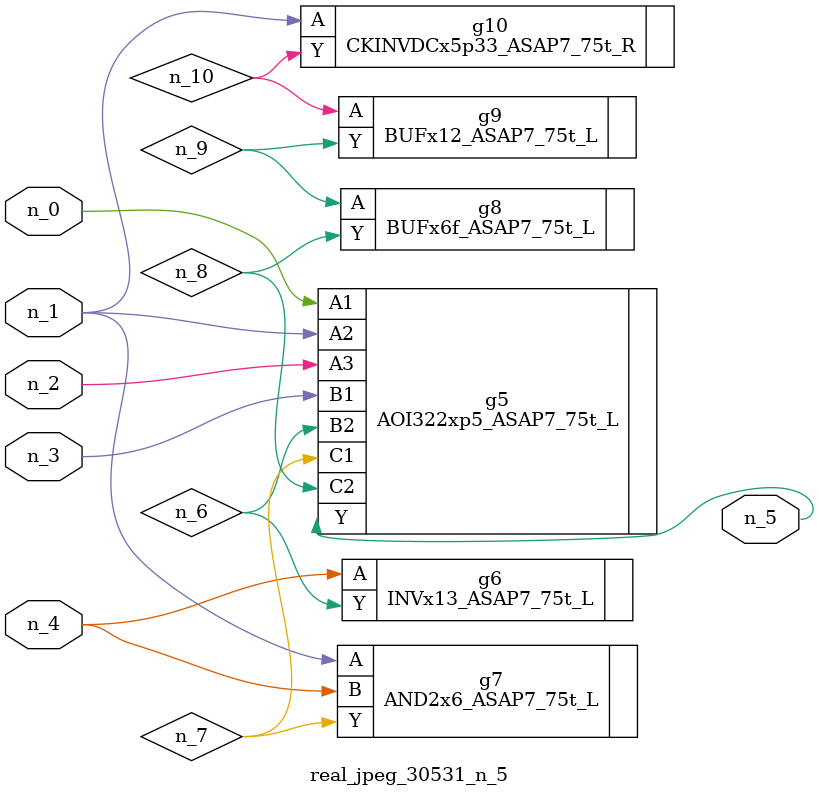
<source format=v>
module real_jpeg_30531_n_5 (n_4, n_0, n_1, n_2, n_3, n_5);

input n_4;
input n_0;
input n_1;
input n_2;
input n_3;

output n_5;

wire n_8;
wire n_6;
wire n_7;
wire n_10;
wire n_9;

AOI322xp5_ASAP7_75t_L g5 ( 
.A1(n_0),
.A2(n_1),
.A3(n_2),
.B1(n_3),
.B2(n_6),
.C1(n_7),
.C2(n_8),
.Y(n_5)
);

AND2x6_ASAP7_75t_L g7 ( 
.A(n_1),
.B(n_4),
.Y(n_7)
);

CKINVDCx5p33_ASAP7_75t_R g10 ( 
.A(n_1),
.Y(n_10)
);

INVx13_ASAP7_75t_L g6 ( 
.A(n_4),
.Y(n_6)
);

BUFx6f_ASAP7_75t_L g8 ( 
.A(n_9),
.Y(n_8)
);

BUFx12_ASAP7_75t_L g9 ( 
.A(n_10),
.Y(n_9)
);


endmodule
</source>
